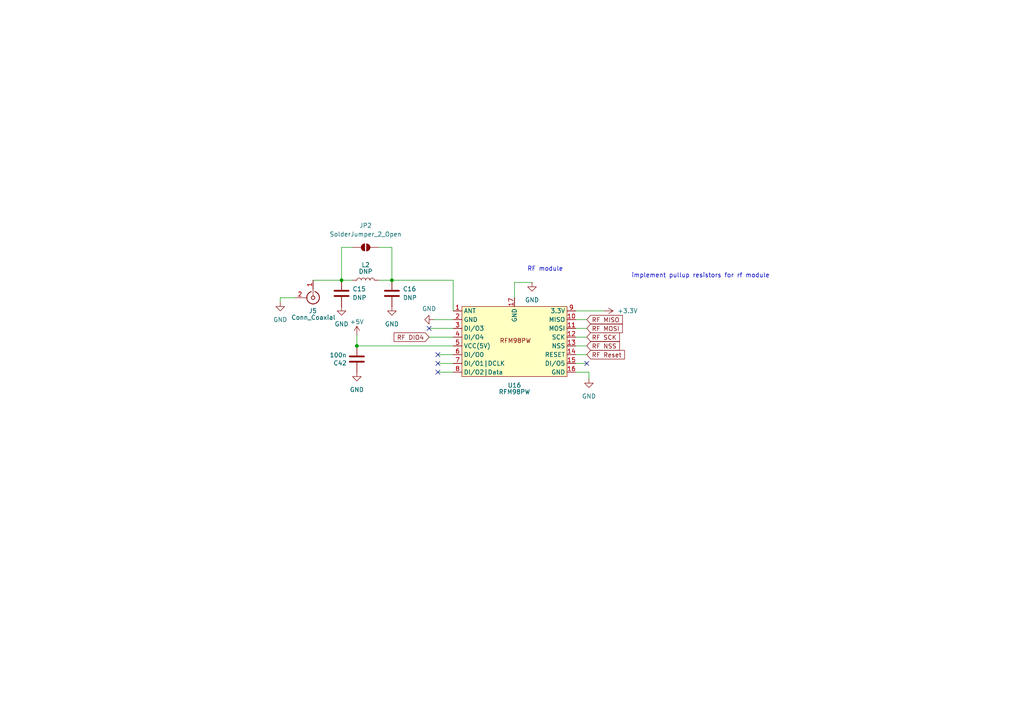
<source format=kicad_sch>
(kicad_sch (version 20250114) (generator "eeschema") (generator_version "9.0")
  (paper "A4")
  (lib_symbols
    (symbol "1my_symbol:RF_Module"
      (property "Reference" "U1" (at 23.876 4.318 0))
      (symbol "RF_Module_1_1"
        (rectangle (start -3.81 -5.08) (end 26.67 -25.4) (fill (type background)))
        (text "RFM98PW" (at 11.684 -14.986 0) (effects (font (size 1.27 1.27))))
        (pin bidirectional line (at -6.35 -6.35 0) (length 2.54) (name "ANT") (number "1"))
        (pin power_in line (at -6.35 -8.89 0) (length 2.54) (name "GND") (number "2"))
        (pin bidirectional line (at -6.35 -11.43 0) (length 2.54) (name "DI/O3") (number "3"))
        (pin bidirectional line (at -6.35 -13.97 0) (length 2.54) (name "DI/O4") (number "4"))
        (pin input line (at -6.35 -16.51 0) (length 2.54) (name "VCC(5V)") (number "5"))
        (pin bidirectional line (at -6.35 -19.05 0) (length 2.54) (name "DI/O0") (number "6"))
        (pin bidirectional line (at -6.35 -21.59 0) (length 2.54) (name "DI/O1|DCLK") (number "7"))
        (pin bidirectional line (at -6.35 -24.13 0) (length 2.54) (name "DI/O2|Data") (number "8"))
        (pin power_in line (at 11.43 -2.54 270) (length 2.54) (name "GND") (number "17"))
        (pin power_out line (at 29.21 -6.35 180) (length 2.54) (name "3.3V") (number "9"))
        (pin output line (at 29.21 -8.89 180) (length 2.54) (name "MISO") (number "10"))
        (pin input line (at 29.21 -11.43 180) (length 2.54) (name "MOSI") (number "11"))
        (pin input line (at 29.21 -13.97 180) (length 2.54) (name "SCK") (number "12"))
        (pin input line (at 29.21 -16.51 180) (length 2.54) (name "NSS") (number "13"))
        (pin bidirectional line (at 29.21 -19.05 180) (length 2.54) (name "RESET") (number "14"))
        (pin bidirectional line (at 29.21 -21.59 180) (length 2.54) (name "DI/O5") (number "15"))
        (pin power_in line (at 29.21 -24.13 180) (length 2.54) (name "GND") (number "16"))
      )
    )
    (symbol "Connector:Conn_Coaxial" (pin_names (offset 1.016) (hide yes))
      (property "Reference" "J" (at 0.254 3.048 0))
      (property "Value" "Conn_Coaxial" (at 2.921 0 90))
      (symbol "Conn_Coaxial_0_1"
        (polyline (pts (xy -2.54 0) (xy -0.508 0)))
        (arc (start 1.778 0) (mid 0.222 -1.8079) (end -1.778 -0.508) (stroke (width 0.254)))
        (arc (start -1.778 0.508) (mid 0.2221 1.8084) (end 1.778 0) (stroke (width 0.254)))
        (circle (center 0 0) (radius 0.508) (stroke (width 0.2032)))
        (polyline (pts (xy 0 -2.54) (xy 0 -1.778)))
      )
      (symbol "Conn_Coaxial_1_1"
        (pin passive line (at -5.08 0 0) (length 2.54) (name "In") (number "1"))
        (pin passive line (at 0 -5.08 90) (length 2.54) (name "Ext") (number "2"))
      )
    )
    (symbol "Device:C" (pin_numbers (hide yes)) (pin_names (offset 0.254))
      (property "Reference" "C" (at 0.635 2.54 0))
      (property "Value" "C" (at 0.635 -2.54 0))
      (symbol "C_0_1"
        (polyline (pts (xy -2.032 0.762) (xy 2.032 0.762)) (stroke (width 0.508)))
        (polyline (pts (xy -2.032 -0.762) (xy 2.032 -0.762)) (stroke (width 0.508)))
      )
      (symbol "C_1_1"
        (pin passive line (at 0 3.81 270) (length 2.794) (name "~") (number "1"))
        (pin passive line (at 0 -3.81 90) (length 2.794) (name "~") (number "2"))
      )
    )
    (symbol "Device:L" (pin_numbers (hide yes)) (pin_names (offset 1.016) (hide yes))
      (property "Reference" "L" (at -1.27 0 90))
      (property "Value" "L" (at 1.905 0 90))
      (symbol "L_0_1"
        (arc (start 0 2.54) (mid 0.6323 1.905) (end 0 1.27))
        (arc (start 0 1.27) (mid 0.6323 0.635) (end 0 0))
        (arc (start 0 0) (mid 0.6323 -0.635) (end 0 -1.27))
        (arc (start 0 -1.27) (mid 0.6323 -1.905) (end 0 -2.54))
      )
      (symbol "L_1_1"
        (pin passive line (at 0 3.81 270) (length 1.27) (name "1") (number "1"))
        (pin passive line (at 0 -3.81 90) (length 1.27) (name "2") (number "2"))
      )
    )
    (symbol "Jumper:SolderJumper_2_Open" (pin_numbers (hide yes)) (pin_names (offset 0) (hide yes)) (exclude_from_sim yes) (in_bom no)
      (property "Reference" "JP" (at 0 2.032 0))
      (property "Value" "SolderJumper_2_Open" (at 0 -2.54 0))
      (symbol "SolderJumper_2_Open_0_1"
        (polyline (pts (xy -0.254 1.016) (xy -0.254 -1.016)))
        (arc (start -0.254 -1.016) (mid -1.2656 0) (end -0.254 1.016))
        (arc (start -0.254 -1.016) (mid -1.2656 0) (end -0.254 1.016) (fill (type outline)))
        (arc (start 0.254 1.016) (mid 1.2656 0) (end 0.254 -1.016))
        (arc (start 0.254 1.016) (mid 1.2656 0) (end 0.254 -1.016) (fill (type outline)))
        (polyline (pts (xy 0.254 1.016) (xy 0.254 -1.016)))
      )
      (symbol "SolderJumper_2_Open_1_1"
        (pin passive line (at -3.81 0 0) (length 2.54) (name "A") (number "1"))
        (pin passive line (at 3.81 0 180) (length 2.54) (name "B") (number "2"))
      )
    )
    (symbol "power:+3.3V" (power) (pin_numbers (hide yes)) (pin_names (offset 0) (hide yes))
      (property "Value" "+3.3V" (at 0 3.556 0))
      (symbol "+3.3V_0_1"
        (polyline (pts (xy -0.762 1.27) (xy 0 2.54)))
        (polyline (pts (xy 0 2.54) (xy 0.762 1.27)))
        (polyline (pts (xy 0 0) (xy 0 2.54)))
      )
      (symbol "+3.3V_1_1"
        (pin power_in line (at 0 0 90) (length 0) (name "~") (number "1"))
      )
    )
    (symbol "power:+5V" (power) (pin_numbers (hide yes)) (pin_names (offset 0) (hide yes))
      (property "Value" "+5V" (at 0 3.556 0))
      (symbol "+5V_0_1"
        (polyline (pts (xy -0.762 1.27) (xy 0 2.54)))
        (polyline (pts (xy 0 2.54) (xy 0.762 1.27)))
        (polyline (pts (xy 0 0) (xy 0 2.54)))
      )
      (symbol "+5V_1_1"
        (pin power_in line (at 0 0 90) (length 0) (name "~") (number "1"))
      )
    )
    (symbol "power:GND" (power) (pin_numbers (hide yes)) (pin_names (offset 0) (hide yes))
      (property "Value" "GND" (at 0 -3.81 0))
      (symbol "GND_0_1"
        (polyline (pts (xy 0 0) (xy 0 -1.27) (xy 1.27 -1.27) (xy 0 -2.54) (xy -1.27 -1.27) (xy 0 -1.27)))
      )
      (symbol "GND_1_1"
        (pin power_in line (at 0 0 270) (length 0) (name "~") (number "1"))
      )
    )
  )
  (text "RF module" (at 158.115 78.105 0) (effects (font (size 1.27 1.27))))
  (text "implement pullup resistors for rf module" (at 203.2 80.01 0) (effects (font (size 1.27 1.27))))
  (junction (at 99.06 81.28))
  (junction (at 103.505 100.33))
  (junction (at 113.665 81.28))
  (no_connect (at 127 105.41))
  (no_connect (at 127 102.87))
  (no_connect (at 124.46 95.25))
  (no_connect (at 127 107.95))
  (no_connect (at 170.18 105.41))
  (wire (pts (xy 131.445 81.28) (xy 131.445 90.17)))
  (wire (pts (xy 127 105.41) (xy 131.445 105.41)))
  (wire (pts (xy 127 107.95) (xy 131.445 107.95)))
  (wire (pts (xy 81.28 86.36) (xy 85.725 86.36)))
  (wire (pts (xy 170.815 107.95) (xy 170.815 109.855)))
  (wire (pts (xy 167.005 107.95) (xy 170.815 107.95)))
  (wire (pts (xy 90.805 81.28) (xy 99.06 81.28)))
  (wire (pts (xy 167.005 105.41) (xy 170.18 105.41)))
  (wire (pts (xy 167.005 97.79) (xy 170.18 97.79)))
  (wire (pts (xy 125.73 92.71) (xy 131.445 92.71)))
  (wire (pts (xy 124.46 95.25) (xy 131.445 95.25)))
  (wire (pts (xy 167.005 90.17) (xy 175.26 90.17)))
  (wire (pts (xy 167.005 92.71) (xy 170.18 92.71)))
  (wire (pts (xy 99.06 71.755) (xy 99.06 81.28)))
  (wire (pts (xy 113.665 71.755) (xy 113.665 81.28)))
  (wire (pts (xy 102.235 71.755) (xy 99.06 71.755)))
  (wire (pts (xy 167.005 100.33) (xy 170.18 100.33)))
  (wire (pts (xy 103.505 97.155) (xy 103.505 100.33)))
  (wire (pts (xy 127 102.87) (xy 131.445 102.87)))
  (wire (pts (xy 149.225 86.36) (xy 149.225 81.915)))
  (wire (pts (xy 109.855 81.28) (xy 113.665 81.28)))
  (wire (pts (xy 167.005 95.25) (xy 170.18 95.25)))
  (wire (pts (xy 149.225 81.915) (xy 154.305 81.915)))
  (wire (pts (xy 167.005 102.87) (xy 170.18 102.87)))
  (wire (pts (xy 109.855 71.755) (xy 113.665 71.755)))
  (wire (pts (xy 99.06 81.28) (xy 102.235 81.28)))
  (wire (pts (xy 103.505 100.33) (xy 131.445 100.33)))
  (wire (pts (xy 113.665 81.28) (xy 131.445 81.28)))
  (wire (pts (xy 124.46 97.79) (xy 131.445 97.79)))
  (wire (pts (xy 81.28 87.63) (xy 81.28 86.36)))
  (global_label "RF NSS" (shape input) (at 170.18 100.33 0) (property "Intersheetrefs" "${INTERSHEET_REFS}" (effects (hide yes))))
  (global_label "RF SCK" (shape input) (at 170.18 97.79 0) (property "Intersheetrefs" "${INTERSHEET_REFS}" (effects (hide yes))))
  (global_label "RF DIO4" (shape input) (at 124.46 97.79 180) (property "Intersheetrefs" "${INTERSHEET_REFS}" (effects (hide yes))))
  (global_label "RF MOSI" (shape input) (at 170.18 95.25 0) (property "Intersheetrefs" "${INTERSHEET_REFS}" (effects (hide yes))))
  (global_label "RF MISO" (shape input) (at 170.18 92.71 0) (property "Intersheetrefs" "${INTERSHEET_REFS}" (effects (hide yes))))
  (global_label "RF Reset" (shape input) (at 170.18 102.87 0) (property "Intersheetrefs" "${INTERSHEET_REFS}" (effects (hide yes))))
  (symbol (lib_id "Device:C") (at 113.665 85.09 0) (unit 1)
    (property "Reference" "C16" (at 116.84 83.8199 0) (effects (justify left)))
    (property "Value" "DNP" (at 116.84 86.3599 0) (effects (justify left)))
    (property "Footprint" "Capacitor_SMD:C_0402_1005Metric" (effects (hide yes)))
    (property "Description" "Unpolarized capacitor" (effects (hide yes)))
  )
  (symbol (lib_id "power:+5V") (at 103.505 97.155 0) (unit 1)
    (property "Reference" "#PWR0103" (effects (hide yes)))
    (property "Value" "+5V" (at 103.505 93.345 0))
    (property "Description" "Power symbol creates a global label with name \"+5V\"" (effects (hide yes)))
  )
  (symbol (lib_id "power:+3.3V") (at 175.26 90.17 270) (unit 1)
    (property "Reference" "#PWR0109" (effects (hide yes)))
    (property "Value" "+3.3V" (at 179.07 90.1699 90) (effects (justify left)))
    (property "Description" "Power symbol creates a global label with name \"+3.3V\"" (effects (hide yes)))
  )
  (symbol (lib_id "power:GND") (at 154.305 81.915 0) (unit 1)
    (property "Reference" "#PWR0107" (effects (hide yes)))
    (property "Value" "GND" (at 154.305 86.995 0))
    (property "Description" "Power symbol creates a global label with name \"GND\" , ground" (effects (hide yes)))
  )
  (symbol (lib_id "power:GND") (at 125.73 92.71 270) (unit 1)
    (property "Reference" "#PWR0106" (effects (hide yes)))
    (property "Value" "GND" (at 124.46 89.535 90))
    (property "Description" "Power symbol creates a global label with name \"GND\" , ground" (effects (hide yes)))
  )
  (symbol (lib_id "power:GND") (at 81.28 87.63 0) (unit 1)
    (property "Reference" "#PWR0101" (effects (hide yes)))
    (property "Value" "GND" (at 81.28 92.71 0))
    (property "Description" "Power symbol creates a global label with name \"GND\" , ground" (effects (hide yes)))
  )
  (symbol (lib_id "1my_symbol:RF_Module") (at 137.795 83.82 0) (unit 1)
    (property "Reference" "U16" (at 149.225 111.76 0))
    (property "Value" "RFM98PW" (at 149.225 113.665 0))
    (property "Footprint" "1my_footprints:RFM98PW" (effects (hide yes)))
    (property "Datasheet" "https://www.hoperf.com/uploads/RFM98PW_RFM95PWRFTransmitterandReceiverModuleDatasheetREV1.1_1695351398.pdf" (effects (hide yes)))
    (property "Description" "RF Module :)" (effects (hide yes)))
  )
  (symbol (lib_id "Connector:Conn_Coaxial") (at 90.805 86.36 270) (unit 1)
    (property "Reference" "J5" (at 89.535 90.17 90) (effects (justify left)))
    (property "Value" "Conn_Coaxial" (at 84.455 92.075 90) (effects (justify left)))
    (property "Description" "coaxial connector (BNC, SMA, SMB, SMC, Cinch/RCA, LEMO, ...)" (effects (hide yes)))
  )
  (symbol (lib_id "Device:C") (at 103.505 104.14 180) (unit 1)
    (property "Reference" "C42" (at 100.584 105.3084 0) (effects (justify left)))
    (property "Value" "100n" (at 100.584 102.997 0) (effects (justify left)))
    (property "Footprint" "Capacitor_SMD:C_0402_1005Metric" (effects (hide yes)))
  )
  (symbol (lib_id "power:GND") (at 113.665 88.9 0) (unit 1)
    (property "Reference" "#PWR0105" (effects (hide yes)))
    (property "Value" "GND" (at 113.665 93.98 0))
    (property "Description" "Power symbol creates a global label with name \"GND\" , ground" (effects (hide yes)))
  )
  (symbol (lib_id "Jumper:SolderJumper_2_Open") (at 106.045 71.755 0) (unit 1) (exclude_from_sim yes) (in_bom no)
    (property "Reference" "JP2" (at 106.045 65.405 0))
    (property "Value" "SolderJumper_2_Open" (at 106.045 67.945 0))
    (property "Footprint" "Jumper:SolderJumper-2_P1.3mm_Open_Pad1.0x1.5mm" (effects (hide yes)))
    (property "Description" "Solder Jumper, 2-pole, open" (effects (hide yes)))
  )
  (symbol (lib_id "Device:L") (at 106.045 81.28 90) (unit 1)
    (property "Reference" "L2" (at 106.045 76.835 90))
    (property "Value" "DNP" (at 106.045 78.74 90))
    (property "Footprint" "Inductor_SMD:L_0201_0603Metric" (effects (hide yes)))
    (property "Description" "Inductor" (effects (hide yes)))
  )
  (symbol (lib_id "power:GND") (at 170.815 109.855 0) (unit 1)
    (property "Reference" "#PWR0108" (effects (hide yes)))
    (property "Value" "GND" (at 170.815 114.935 0))
    (property "Description" "Power symbol creates a global label with name \"GND\" , ground" (effects (hide yes)))
  )
  (symbol (lib_id "Device:C") (at 99.06 85.09 0) (unit 1)
    (property "Reference" "C15" (at 102.235 83.8199 0) (effects (justify left)))
    (property "Value" "DNP" (at 102.235 86.3599 0) (effects (justify left)))
    (property "Footprint" "Capacitor_SMD:C_0402_1005Metric" (effects (hide yes)))
    (property "Description" "Unpolarized capacitor" (effects (hide yes)))
  )
  (symbol (lib_id "power:GND") (at 103.505 107.95 0) (unit 1)
    (property "Reference" "#PWR0104" (effects (hide yes)))
    (property "Value" "GND" (at 103.505 113.03 0))
    (property "Description" "Power symbol creates a global label with name \"GND\" , ground" (effects (hide yes)))
  )
  (symbol (lib_id "power:GND") (at 99.06 88.9 0) (unit 1)
    (property "Reference" "#PWR0102" (effects (hide yes)))
    (property "Value" "GND" (at 99.06 93.98 0))
    (property "Description" "Power symbol creates a global label with name \"GND\" , ground" (effects (hide yes)))
  )
)
</source>
